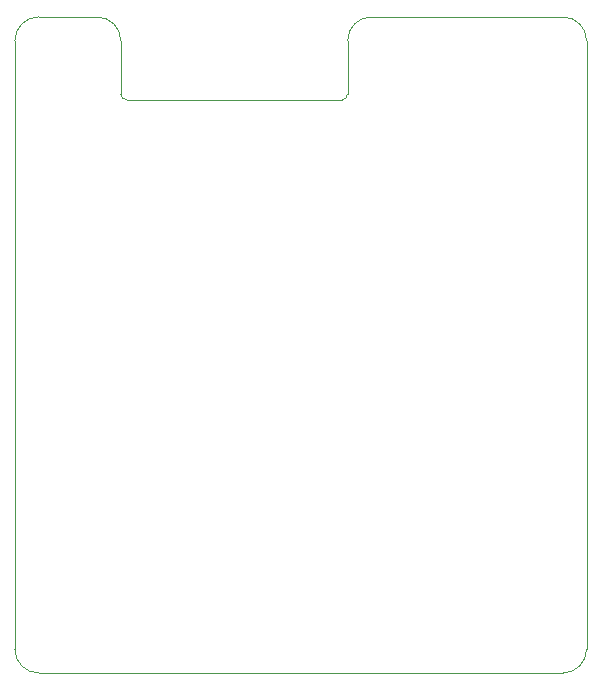
<source format=gko>
G04*
G04 #@! TF.GenerationSoftware,Altium Limited,Altium Designer,23.3.1 (30)*
G04*
G04 Layer_Color=16711935*
%FSLAX44Y44*%
%MOMM*%
G71*
G04*
G04 #@! TF.SameCoordinates,39CBC296-F970-41FA-A2E7-6093A4F5A77D*
G04*
G04*
G04 #@! TF.FilePolarity,Positive*
G04*
G01*
G75*
%ADD81C,0.1000*%
D81*
X242000Y267460D02*
G03*
X222000Y287460I-20000J0D01*
G01*
X59690Y287460D02*
G03*
X39690Y267460I0J-20000D01*
G01*
X-152400D02*
G03*
X-172400Y287460I-20000J0D01*
G01*
X-222000D02*
G03*
X-242000Y267460I0J-20000D01*
G01*
Y-247970D02*
G03*
X-222000Y-267970I20000J0D01*
G01*
X222000D02*
G03*
X242000Y-247970I0J20000D01*
G01*
X34690Y217250D02*
G03*
X39690Y222250I0J5000D01*
G01*
X-152400D02*
G03*
X-147400Y217250I5000J0D01*
G01*
X-242000Y-247970D02*
Y267460D01*
X-152400Y222250D02*
Y267460D01*
X-222000Y-267970D02*
X222000D01*
X39690Y222250D02*
Y267460D01*
X59690Y287460D02*
X222000D01*
X-147400Y217250D02*
X34690D01*
X-222000Y287460D02*
X-172400D01*
X242000Y-247970D02*
Y267460D01*
M02*

</source>
